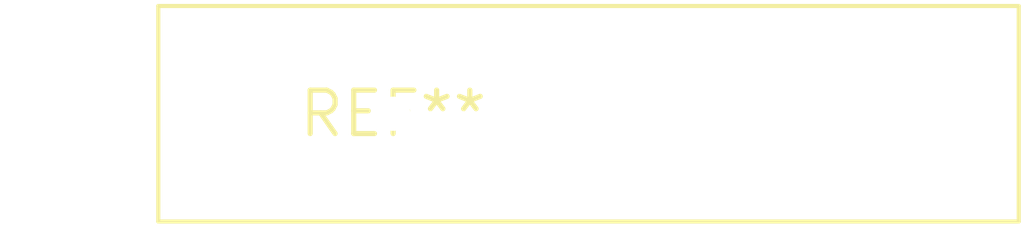
<source format=kicad_pcb>
(kicad_pcb (version 20240108) (generator pcbnew)
  (layers (0 "F.Cu" signal) (31 "B.Cu" signal) (34 "B.Paste" user) (35 "F.Paste" user) (36 "B.SilkS" user "B.Silkscreen") (37 "F.SilkS" user "F.Silkscreen") (38 "B.Mask" user) (39 "F.Mask" user) (44 "Edge.Cuts" user))
  (net 0 "")
  (footprint "Fuse_Littelfuse-LVR200" (layer "F.Cu") (at 0 0)
    (property "Reference" "REF**")
    (property "Value" "Fuse_Littelfuse-LVR200")
    (fp_line (start -6.85 -3.15) (end -6.85 3.15) (layer "F.SilkS") (stroke (width 0.12)))
    (fp_line (start -6.85 -3.15) (end 18.25 -3.15) (layer "F.SilkS") (stroke (width 0.12)))
    (fp_line (start 18.25 3.15) (end -6.85 3.15) (layer "F.SilkS") (stroke (width 0.12)))
    (fp_line (start 18.25 3.15) (end 18.25 -3.15) (layer "F.SilkS") (stroke (width 0.12)))
    (pad "1" thru_hole circle (at 0 0) (size 2 2) (drill 1) (layers *.Cu *.Mask) (remove_unused_layers))
    (pad "2" thru_hole circle (at 11.4 0) (size 2 2) (drill 1) (layers *.Cu *.Mask) (remove_unused_layers))
  )
)
</source>
